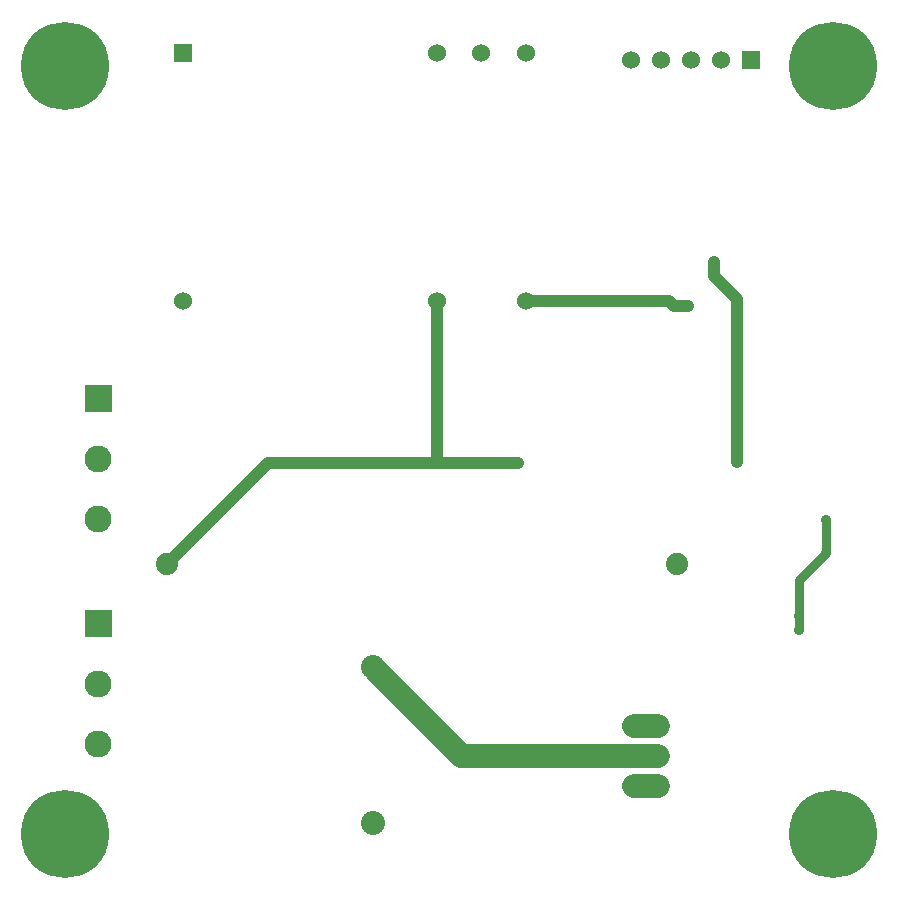
<source format=gbr>
G04 start of page 3 for group 1 idx 1 *
G04 Title: (unknown), bottom *
G04 Creator: pcb 20110918 *
G04 CreationDate: Sun 21 Dec 2014 03:27:12 AM GMT UTC *
G04 For: petersen *
G04 Format: Gerber/RS-274X *
G04 PCB-Dimensions: 290000 290000 *
G04 PCB-Coordinate-Origin: lower left *
%MOIN*%
%FSLAX25Y25*%
%LNBOTTOM*%
%ADD54C,0.0450*%
%ADD53C,0.0380*%
%ADD52C,0.1285*%
%ADD51C,0.0480*%
%ADD50C,0.0420*%
%ADD49C,0.0550*%
%ADD48C,0.0200*%
%ADD47C,0.0360*%
%ADD46C,0.0787*%
%ADD45C,0.2937*%
%ADD44C,0.0600*%
%ADD43C,0.0740*%
%ADD42C,0.0900*%
%ADD41C,0.0001*%
%ADD40C,0.0400*%
%ADD39C,0.0800*%
%ADD38C,0.0300*%
G54D38*X270500Y121500D02*Y110500D01*
X261500Y101500D01*
Y85000D01*
G54D39*X210500Y43000D02*X149000D01*
G54D40*X233200Y203000D02*X241000Y195200D01*
Y141000D01*
X233200Y203000D02*Y207500D01*
X170375Y194630D02*X218120D01*
X220000Y192750D01*
X224500D01*
G54D39*X149000Y43000D02*X119500Y72500D01*
G54D40*X51000Y107000D02*X84500Y140500D01*
X168000D01*
X140848Y194630D02*Y140500D01*
G54D41*G36*
X23500Y166500D02*Y157500D01*
X32500D01*
Y166500D01*
X23500D01*
G37*
G54D42*X28000Y142000D03*
Y122000D03*
G54D43*X51000Y107000D03*
G54D44*X56202Y194630D03*
G54D39*X119500Y72500D03*
G54D44*X170375Y194630D03*
X140848D03*
G54D39*X119500Y20500D03*
G54D45*X17000Y17000D03*
G54D41*G36*
X23500Y91500D02*Y82500D01*
X32500D01*
Y91500D01*
X23500D01*
G37*
G54D42*X28000Y67000D03*
Y47000D03*
G54D45*X17000Y273000D03*
G54D41*G36*
X53202Y280307D02*Y274307D01*
X59202D01*
Y280307D01*
X53202D01*
G37*
G54D44*X140848Y277307D03*
X155611D03*
X170375D03*
G54D43*X221000Y107000D03*
G54D45*X273000Y273000D03*
G54D41*G36*
X242500Y278000D02*Y272000D01*
X248500D01*
Y278000D01*
X242500D01*
G37*
G54D44*X235500Y275000D03*
X225500D03*
G54D45*X273000Y17000D03*
G54D46*X210500Y53000D03*
Y43000D03*
G54D41*G36*
X206563Y36937D02*Y29063D01*
X214437D01*
Y36937D01*
X206563D01*
G37*
G54D44*X215500Y275000D03*
X205500D03*
G54D46*X206563Y43000D02*X214437D01*
X206563Y33000D02*X214437D01*
X206563Y53000D02*X214437D01*
G54D47*X241000Y145500D03*
Y141000D03*
X270500Y110500D03*
Y121500D03*
X261500Y85000D03*
Y89500D03*
X233200Y203000D03*
Y207500D03*
X168000Y140500D03*
X220000Y192750D03*
X224500D03*
G54D48*G54D49*G54D50*G54D38*G54D51*G54D38*G54D51*G54D52*G54D49*G54D52*G54D38*G54D50*G54D52*G54D53*G54D52*G54D54*G54D53*M02*

</source>
